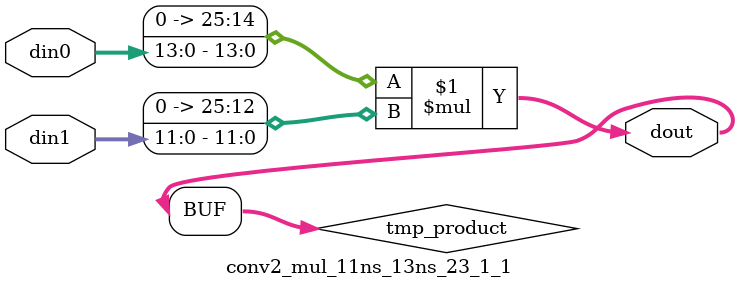
<source format=v>

`timescale 1 ns / 1 ps

 module conv2_mul_11ns_13ns_23_1_1(din0, din1, dout);
parameter ID = 1;
parameter NUM_STAGE = 0;
parameter din0_WIDTH = 14;
parameter din1_WIDTH = 12;
parameter dout_WIDTH = 26;

input [din0_WIDTH - 1 : 0] din0; 
input [din1_WIDTH - 1 : 0] din1; 
output [dout_WIDTH - 1 : 0] dout;

wire signed [dout_WIDTH - 1 : 0] tmp_product;
























assign tmp_product = $signed({1'b0, din0}) * $signed({1'b0, din1});











assign dout = tmp_product;





















endmodule

</source>
